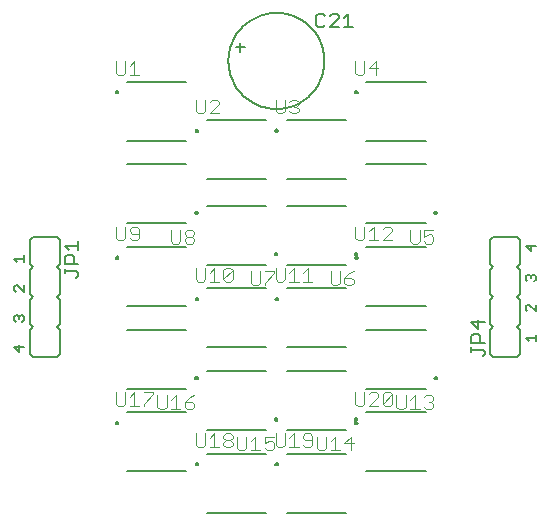
<source format=gto>
G75*
%MOIN*%
%OFA0B0*%
%FSLAX25Y25*%
%IPPOS*%
%LPD*%
%AMOC8*
5,1,8,0,0,1.08239X$1,22.5*
%
%ADD10C,0.00787*%
%ADD11C,0.00500*%
%ADD12C,0.00400*%
%ADD13C,0.00600*%
D10*
X0069374Y0044517D02*
X0069376Y0044556D01*
X0069382Y0044595D01*
X0069392Y0044633D01*
X0069405Y0044670D01*
X0069422Y0044705D01*
X0069442Y0044739D01*
X0069466Y0044770D01*
X0069493Y0044799D01*
X0069522Y0044825D01*
X0069554Y0044848D01*
X0069588Y0044868D01*
X0069624Y0044884D01*
X0069661Y0044896D01*
X0069700Y0044905D01*
X0069739Y0044910D01*
X0069778Y0044911D01*
X0069817Y0044908D01*
X0069856Y0044901D01*
X0069893Y0044890D01*
X0069930Y0044876D01*
X0069965Y0044858D01*
X0069998Y0044837D01*
X0070029Y0044812D01*
X0070057Y0044785D01*
X0070082Y0044755D01*
X0070104Y0044722D01*
X0070123Y0044688D01*
X0070138Y0044652D01*
X0070150Y0044614D01*
X0070158Y0044576D01*
X0070162Y0044537D01*
X0070162Y0044497D01*
X0070158Y0044458D01*
X0070150Y0044420D01*
X0070138Y0044382D01*
X0070123Y0044346D01*
X0070104Y0044312D01*
X0070082Y0044279D01*
X0070057Y0044249D01*
X0070029Y0044222D01*
X0069998Y0044197D01*
X0069965Y0044176D01*
X0069930Y0044158D01*
X0069893Y0044144D01*
X0069856Y0044133D01*
X0069817Y0044126D01*
X0069778Y0044123D01*
X0069739Y0044124D01*
X0069700Y0044129D01*
X0069661Y0044138D01*
X0069624Y0044150D01*
X0069588Y0044166D01*
X0069554Y0044186D01*
X0069522Y0044209D01*
X0069493Y0044235D01*
X0069466Y0044264D01*
X0069442Y0044295D01*
X0069422Y0044329D01*
X0069405Y0044364D01*
X0069392Y0044401D01*
X0069382Y0044439D01*
X0069376Y0044478D01*
X0069374Y0044517D01*
X0095949Y0044517D02*
X0095951Y0044556D01*
X0095957Y0044595D01*
X0095967Y0044633D01*
X0095980Y0044670D01*
X0095997Y0044705D01*
X0096017Y0044739D01*
X0096041Y0044770D01*
X0096068Y0044799D01*
X0096097Y0044825D01*
X0096129Y0044848D01*
X0096163Y0044868D01*
X0096199Y0044884D01*
X0096236Y0044896D01*
X0096275Y0044905D01*
X0096314Y0044910D01*
X0096353Y0044911D01*
X0096392Y0044908D01*
X0096431Y0044901D01*
X0096468Y0044890D01*
X0096505Y0044876D01*
X0096540Y0044858D01*
X0096573Y0044837D01*
X0096604Y0044812D01*
X0096632Y0044785D01*
X0096657Y0044755D01*
X0096679Y0044722D01*
X0096698Y0044688D01*
X0096713Y0044652D01*
X0096725Y0044614D01*
X0096733Y0044576D01*
X0096737Y0044537D01*
X0096737Y0044497D01*
X0096733Y0044458D01*
X0096725Y0044420D01*
X0096713Y0044382D01*
X0096698Y0044346D01*
X0096679Y0044312D01*
X0096657Y0044279D01*
X0096632Y0044249D01*
X0096604Y0044222D01*
X0096573Y0044197D01*
X0096540Y0044176D01*
X0096505Y0044158D01*
X0096468Y0044144D01*
X0096431Y0044133D01*
X0096392Y0044126D01*
X0096353Y0044123D01*
X0096314Y0044124D01*
X0096275Y0044129D01*
X0096236Y0044138D01*
X0096199Y0044150D01*
X0096163Y0044166D01*
X0096129Y0044186D01*
X0096097Y0044209D01*
X0096068Y0044235D01*
X0096041Y0044264D01*
X0096017Y0044295D01*
X0095997Y0044329D01*
X0095980Y0044364D01*
X0095967Y0044401D01*
X0095957Y0044439D01*
X0095951Y0044478D01*
X0095949Y0044517D01*
X0095791Y0059477D02*
X0095793Y0059516D01*
X0095799Y0059555D01*
X0095809Y0059593D01*
X0095822Y0059630D01*
X0095839Y0059665D01*
X0095859Y0059699D01*
X0095883Y0059730D01*
X0095910Y0059759D01*
X0095939Y0059785D01*
X0095971Y0059808D01*
X0096005Y0059828D01*
X0096041Y0059844D01*
X0096078Y0059856D01*
X0096117Y0059865D01*
X0096156Y0059870D01*
X0096195Y0059871D01*
X0096234Y0059868D01*
X0096273Y0059861D01*
X0096310Y0059850D01*
X0096347Y0059836D01*
X0096382Y0059818D01*
X0096415Y0059797D01*
X0096446Y0059772D01*
X0096474Y0059745D01*
X0096499Y0059715D01*
X0096521Y0059682D01*
X0096540Y0059648D01*
X0096555Y0059612D01*
X0096567Y0059574D01*
X0096575Y0059536D01*
X0096579Y0059497D01*
X0096579Y0059457D01*
X0096575Y0059418D01*
X0096567Y0059380D01*
X0096555Y0059342D01*
X0096540Y0059306D01*
X0096521Y0059272D01*
X0096499Y0059239D01*
X0096474Y0059209D01*
X0096446Y0059182D01*
X0096415Y0059157D01*
X0096382Y0059136D01*
X0096347Y0059118D01*
X0096310Y0059104D01*
X0096273Y0059093D01*
X0096234Y0059086D01*
X0096195Y0059083D01*
X0096156Y0059084D01*
X0096117Y0059089D01*
X0096078Y0059098D01*
X0096041Y0059110D01*
X0096005Y0059126D01*
X0095971Y0059146D01*
X0095939Y0059169D01*
X0095910Y0059195D01*
X0095883Y0059224D01*
X0095859Y0059255D01*
X0095839Y0059289D01*
X0095822Y0059324D01*
X0095809Y0059361D01*
X0095799Y0059399D01*
X0095793Y0059438D01*
X0095791Y0059477D01*
X0122366Y0059477D02*
X0122368Y0059516D01*
X0122374Y0059555D01*
X0122384Y0059593D01*
X0122397Y0059630D01*
X0122414Y0059665D01*
X0122434Y0059699D01*
X0122458Y0059730D01*
X0122485Y0059759D01*
X0122514Y0059785D01*
X0122546Y0059808D01*
X0122580Y0059828D01*
X0122616Y0059844D01*
X0122653Y0059856D01*
X0122692Y0059865D01*
X0122731Y0059870D01*
X0122770Y0059871D01*
X0122809Y0059868D01*
X0122848Y0059861D01*
X0122885Y0059850D01*
X0122922Y0059836D01*
X0122957Y0059818D01*
X0122990Y0059797D01*
X0123021Y0059772D01*
X0123049Y0059745D01*
X0123074Y0059715D01*
X0123096Y0059682D01*
X0123115Y0059648D01*
X0123130Y0059612D01*
X0123142Y0059574D01*
X0123150Y0059536D01*
X0123154Y0059497D01*
X0123154Y0059457D01*
X0123150Y0059418D01*
X0123142Y0059380D01*
X0123130Y0059342D01*
X0123115Y0059306D01*
X0123096Y0059272D01*
X0123074Y0059239D01*
X0123049Y0059209D01*
X0123021Y0059182D01*
X0122990Y0059157D01*
X0122957Y0059136D01*
X0122922Y0059118D01*
X0122885Y0059104D01*
X0122848Y0059093D01*
X0122809Y0059086D01*
X0122770Y0059083D01*
X0122731Y0059084D01*
X0122692Y0059089D01*
X0122653Y0059098D01*
X0122616Y0059110D01*
X0122580Y0059126D01*
X0122546Y0059146D01*
X0122514Y0059169D01*
X0122485Y0059195D01*
X0122458Y0059224D01*
X0122434Y0059255D01*
X0122414Y0059289D01*
X0122397Y0059324D01*
X0122384Y0059361D01*
X0122374Y0059399D01*
X0122368Y0059438D01*
X0122366Y0059477D01*
X0122523Y0058296D02*
X0122525Y0058335D01*
X0122531Y0058374D01*
X0122541Y0058412D01*
X0122554Y0058449D01*
X0122571Y0058484D01*
X0122591Y0058518D01*
X0122615Y0058549D01*
X0122642Y0058578D01*
X0122671Y0058604D01*
X0122703Y0058627D01*
X0122737Y0058647D01*
X0122773Y0058663D01*
X0122810Y0058675D01*
X0122849Y0058684D01*
X0122888Y0058689D01*
X0122927Y0058690D01*
X0122966Y0058687D01*
X0123005Y0058680D01*
X0123042Y0058669D01*
X0123079Y0058655D01*
X0123114Y0058637D01*
X0123147Y0058616D01*
X0123178Y0058591D01*
X0123206Y0058564D01*
X0123231Y0058534D01*
X0123253Y0058501D01*
X0123272Y0058467D01*
X0123287Y0058431D01*
X0123299Y0058393D01*
X0123307Y0058355D01*
X0123311Y0058316D01*
X0123311Y0058276D01*
X0123307Y0058237D01*
X0123299Y0058199D01*
X0123287Y0058161D01*
X0123272Y0058125D01*
X0123253Y0058091D01*
X0123231Y0058058D01*
X0123206Y0058028D01*
X0123178Y0058001D01*
X0123147Y0057976D01*
X0123114Y0057955D01*
X0123079Y0057937D01*
X0123042Y0057923D01*
X0123005Y0057912D01*
X0122966Y0057905D01*
X0122927Y0057902D01*
X0122888Y0057903D01*
X0122849Y0057908D01*
X0122810Y0057917D01*
X0122773Y0057929D01*
X0122737Y0057945D01*
X0122703Y0057965D01*
X0122671Y0057988D01*
X0122642Y0058014D01*
X0122615Y0058043D01*
X0122591Y0058074D01*
X0122571Y0058108D01*
X0122554Y0058143D01*
X0122541Y0058180D01*
X0122531Y0058218D01*
X0122525Y0058257D01*
X0122523Y0058296D01*
X0148941Y0073257D02*
X0148943Y0073296D01*
X0148949Y0073335D01*
X0148959Y0073373D01*
X0148972Y0073410D01*
X0148989Y0073445D01*
X0149009Y0073479D01*
X0149033Y0073510D01*
X0149060Y0073539D01*
X0149089Y0073565D01*
X0149121Y0073588D01*
X0149155Y0073608D01*
X0149191Y0073624D01*
X0149228Y0073636D01*
X0149267Y0073645D01*
X0149306Y0073650D01*
X0149345Y0073651D01*
X0149384Y0073648D01*
X0149423Y0073641D01*
X0149460Y0073630D01*
X0149497Y0073616D01*
X0149532Y0073598D01*
X0149565Y0073577D01*
X0149596Y0073552D01*
X0149624Y0073525D01*
X0149649Y0073495D01*
X0149671Y0073462D01*
X0149690Y0073428D01*
X0149705Y0073392D01*
X0149717Y0073354D01*
X0149725Y0073316D01*
X0149729Y0073277D01*
X0149729Y0073237D01*
X0149725Y0073198D01*
X0149717Y0073160D01*
X0149705Y0073122D01*
X0149690Y0073086D01*
X0149671Y0073052D01*
X0149649Y0073019D01*
X0149624Y0072989D01*
X0149596Y0072962D01*
X0149565Y0072937D01*
X0149532Y0072916D01*
X0149497Y0072898D01*
X0149460Y0072884D01*
X0149423Y0072873D01*
X0149384Y0072866D01*
X0149345Y0072863D01*
X0149306Y0072864D01*
X0149267Y0072869D01*
X0149228Y0072878D01*
X0149191Y0072890D01*
X0149155Y0072906D01*
X0149121Y0072926D01*
X0149089Y0072949D01*
X0149060Y0072975D01*
X0149033Y0073004D01*
X0149009Y0073035D01*
X0148989Y0073069D01*
X0148972Y0073104D01*
X0148959Y0073141D01*
X0148949Y0073179D01*
X0148943Y0073218D01*
X0148941Y0073257D01*
X0095949Y0099635D02*
X0095951Y0099674D01*
X0095957Y0099713D01*
X0095967Y0099751D01*
X0095980Y0099788D01*
X0095997Y0099823D01*
X0096017Y0099857D01*
X0096041Y0099888D01*
X0096068Y0099917D01*
X0096097Y0099943D01*
X0096129Y0099966D01*
X0096163Y0099986D01*
X0096199Y0100002D01*
X0096236Y0100014D01*
X0096275Y0100023D01*
X0096314Y0100028D01*
X0096353Y0100029D01*
X0096392Y0100026D01*
X0096431Y0100019D01*
X0096468Y0100008D01*
X0096505Y0099994D01*
X0096540Y0099976D01*
X0096573Y0099955D01*
X0096604Y0099930D01*
X0096632Y0099903D01*
X0096657Y0099873D01*
X0096679Y0099840D01*
X0096698Y0099806D01*
X0096713Y0099770D01*
X0096725Y0099732D01*
X0096733Y0099694D01*
X0096737Y0099655D01*
X0096737Y0099615D01*
X0096733Y0099576D01*
X0096725Y0099538D01*
X0096713Y0099500D01*
X0096698Y0099464D01*
X0096679Y0099430D01*
X0096657Y0099397D01*
X0096632Y0099367D01*
X0096604Y0099340D01*
X0096573Y0099315D01*
X0096540Y0099294D01*
X0096505Y0099276D01*
X0096468Y0099262D01*
X0096431Y0099251D01*
X0096392Y0099244D01*
X0096353Y0099241D01*
X0096314Y0099242D01*
X0096275Y0099247D01*
X0096236Y0099256D01*
X0096199Y0099268D01*
X0096163Y0099284D01*
X0096129Y0099304D01*
X0096097Y0099327D01*
X0096068Y0099353D01*
X0096041Y0099382D01*
X0096017Y0099413D01*
X0095997Y0099447D01*
X0095980Y0099482D01*
X0095967Y0099519D01*
X0095957Y0099557D01*
X0095951Y0099596D01*
X0095949Y0099635D01*
X0069374Y0099635D02*
X0069376Y0099674D01*
X0069382Y0099713D01*
X0069392Y0099751D01*
X0069405Y0099788D01*
X0069422Y0099823D01*
X0069442Y0099857D01*
X0069466Y0099888D01*
X0069493Y0099917D01*
X0069522Y0099943D01*
X0069554Y0099966D01*
X0069588Y0099986D01*
X0069624Y0100002D01*
X0069661Y0100014D01*
X0069700Y0100023D01*
X0069739Y0100028D01*
X0069778Y0100029D01*
X0069817Y0100026D01*
X0069856Y0100019D01*
X0069893Y0100008D01*
X0069930Y0099994D01*
X0069965Y0099976D01*
X0069998Y0099955D01*
X0070029Y0099930D01*
X0070057Y0099903D01*
X0070082Y0099873D01*
X0070104Y0099840D01*
X0070123Y0099806D01*
X0070138Y0099770D01*
X0070150Y0099732D01*
X0070158Y0099694D01*
X0070162Y0099655D01*
X0070162Y0099615D01*
X0070158Y0099576D01*
X0070150Y0099538D01*
X0070138Y0099500D01*
X0070123Y0099464D01*
X0070104Y0099430D01*
X0070082Y0099397D01*
X0070057Y0099367D01*
X0070029Y0099340D01*
X0069998Y0099315D01*
X0069965Y0099294D01*
X0069930Y0099276D01*
X0069893Y0099262D01*
X0069856Y0099251D01*
X0069817Y0099244D01*
X0069778Y0099241D01*
X0069739Y0099242D01*
X0069700Y0099247D01*
X0069661Y0099256D01*
X0069624Y0099268D01*
X0069588Y0099284D01*
X0069554Y0099304D01*
X0069522Y0099327D01*
X0069493Y0099353D01*
X0069466Y0099382D01*
X0069442Y0099413D01*
X0069422Y0099447D01*
X0069405Y0099482D01*
X0069392Y0099519D01*
X0069382Y0099557D01*
X0069376Y0099596D01*
X0069374Y0099635D01*
X0042799Y0113414D02*
X0042801Y0113453D01*
X0042807Y0113492D01*
X0042817Y0113530D01*
X0042830Y0113567D01*
X0042847Y0113602D01*
X0042867Y0113636D01*
X0042891Y0113667D01*
X0042918Y0113696D01*
X0042947Y0113722D01*
X0042979Y0113745D01*
X0043013Y0113765D01*
X0043049Y0113781D01*
X0043086Y0113793D01*
X0043125Y0113802D01*
X0043164Y0113807D01*
X0043203Y0113808D01*
X0043242Y0113805D01*
X0043281Y0113798D01*
X0043318Y0113787D01*
X0043355Y0113773D01*
X0043390Y0113755D01*
X0043423Y0113734D01*
X0043454Y0113709D01*
X0043482Y0113682D01*
X0043507Y0113652D01*
X0043529Y0113619D01*
X0043548Y0113585D01*
X0043563Y0113549D01*
X0043575Y0113511D01*
X0043583Y0113473D01*
X0043587Y0113434D01*
X0043587Y0113394D01*
X0043583Y0113355D01*
X0043575Y0113317D01*
X0043563Y0113279D01*
X0043548Y0113243D01*
X0043529Y0113209D01*
X0043507Y0113176D01*
X0043482Y0113146D01*
X0043454Y0113119D01*
X0043423Y0113094D01*
X0043390Y0113073D01*
X0043355Y0113055D01*
X0043318Y0113041D01*
X0043281Y0113030D01*
X0043242Y0113023D01*
X0043203Y0113020D01*
X0043164Y0113021D01*
X0043125Y0113026D01*
X0043086Y0113035D01*
X0043049Y0113047D01*
X0043013Y0113063D01*
X0042979Y0113083D01*
X0042947Y0113106D01*
X0042918Y0113132D01*
X0042891Y0113161D01*
X0042867Y0113192D01*
X0042847Y0113226D01*
X0042830Y0113261D01*
X0042817Y0113298D01*
X0042807Y0113336D01*
X0042801Y0113375D01*
X0042799Y0113414D01*
X0069216Y0128375D02*
X0069218Y0128414D01*
X0069224Y0128453D01*
X0069234Y0128491D01*
X0069247Y0128528D01*
X0069264Y0128563D01*
X0069284Y0128597D01*
X0069308Y0128628D01*
X0069335Y0128657D01*
X0069364Y0128683D01*
X0069396Y0128706D01*
X0069430Y0128726D01*
X0069466Y0128742D01*
X0069503Y0128754D01*
X0069542Y0128763D01*
X0069581Y0128768D01*
X0069620Y0128769D01*
X0069659Y0128766D01*
X0069698Y0128759D01*
X0069735Y0128748D01*
X0069772Y0128734D01*
X0069807Y0128716D01*
X0069840Y0128695D01*
X0069871Y0128670D01*
X0069899Y0128643D01*
X0069924Y0128613D01*
X0069946Y0128580D01*
X0069965Y0128546D01*
X0069980Y0128510D01*
X0069992Y0128472D01*
X0070000Y0128434D01*
X0070004Y0128395D01*
X0070004Y0128355D01*
X0070000Y0128316D01*
X0069992Y0128278D01*
X0069980Y0128240D01*
X0069965Y0128204D01*
X0069946Y0128170D01*
X0069924Y0128137D01*
X0069899Y0128107D01*
X0069871Y0128080D01*
X0069840Y0128055D01*
X0069807Y0128034D01*
X0069772Y0128016D01*
X0069735Y0128002D01*
X0069698Y0127991D01*
X0069659Y0127984D01*
X0069620Y0127981D01*
X0069581Y0127982D01*
X0069542Y0127987D01*
X0069503Y0127996D01*
X0069466Y0128008D01*
X0069430Y0128024D01*
X0069396Y0128044D01*
X0069364Y0128067D01*
X0069335Y0128093D01*
X0069308Y0128122D01*
X0069284Y0128153D01*
X0069264Y0128187D01*
X0069247Y0128222D01*
X0069234Y0128259D01*
X0069224Y0128297D01*
X0069218Y0128336D01*
X0069216Y0128375D01*
X0095791Y0114595D02*
X0095793Y0114634D01*
X0095799Y0114673D01*
X0095809Y0114711D01*
X0095822Y0114748D01*
X0095839Y0114783D01*
X0095859Y0114817D01*
X0095883Y0114848D01*
X0095910Y0114877D01*
X0095939Y0114903D01*
X0095971Y0114926D01*
X0096005Y0114946D01*
X0096041Y0114962D01*
X0096078Y0114974D01*
X0096117Y0114983D01*
X0096156Y0114988D01*
X0096195Y0114989D01*
X0096234Y0114986D01*
X0096273Y0114979D01*
X0096310Y0114968D01*
X0096347Y0114954D01*
X0096382Y0114936D01*
X0096415Y0114915D01*
X0096446Y0114890D01*
X0096474Y0114863D01*
X0096499Y0114833D01*
X0096521Y0114800D01*
X0096540Y0114766D01*
X0096555Y0114730D01*
X0096567Y0114692D01*
X0096575Y0114654D01*
X0096579Y0114615D01*
X0096579Y0114575D01*
X0096575Y0114536D01*
X0096567Y0114498D01*
X0096555Y0114460D01*
X0096540Y0114424D01*
X0096521Y0114390D01*
X0096499Y0114357D01*
X0096474Y0114327D01*
X0096446Y0114300D01*
X0096415Y0114275D01*
X0096382Y0114254D01*
X0096347Y0114236D01*
X0096310Y0114222D01*
X0096273Y0114211D01*
X0096234Y0114204D01*
X0096195Y0114201D01*
X0096156Y0114202D01*
X0096117Y0114207D01*
X0096078Y0114216D01*
X0096041Y0114228D01*
X0096005Y0114244D01*
X0095971Y0114264D01*
X0095939Y0114287D01*
X0095910Y0114313D01*
X0095883Y0114342D01*
X0095859Y0114373D01*
X0095839Y0114407D01*
X0095822Y0114442D01*
X0095809Y0114479D01*
X0095799Y0114517D01*
X0095793Y0114556D01*
X0095791Y0114595D01*
X0122366Y0114595D02*
X0122368Y0114634D01*
X0122374Y0114673D01*
X0122384Y0114711D01*
X0122397Y0114748D01*
X0122414Y0114783D01*
X0122434Y0114817D01*
X0122458Y0114848D01*
X0122485Y0114877D01*
X0122514Y0114903D01*
X0122546Y0114926D01*
X0122580Y0114946D01*
X0122616Y0114962D01*
X0122653Y0114974D01*
X0122692Y0114983D01*
X0122731Y0114988D01*
X0122770Y0114989D01*
X0122809Y0114986D01*
X0122848Y0114979D01*
X0122885Y0114968D01*
X0122922Y0114954D01*
X0122957Y0114936D01*
X0122990Y0114915D01*
X0123021Y0114890D01*
X0123049Y0114863D01*
X0123074Y0114833D01*
X0123096Y0114800D01*
X0123115Y0114766D01*
X0123130Y0114730D01*
X0123142Y0114692D01*
X0123150Y0114654D01*
X0123154Y0114615D01*
X0123154Y0114575D01*
X0123150Y0114536D01*
X0123142Y0114498D01*
X0123130Y0114460D01*
X0123115Y0114424D01*
X0123096Y0114390D01*
X0123074Y0114357D01*
X0123049Y0114327D01*
X0123021Y0114300D01*
X0122990Y0114275D01*
X0122957Y0114254D01*
X0122922Y0114236D01*
X0122885Y0114222D01*
X0122848Y0114211D01*
X0122809Y0114204D01*
X0122770Y0114201D01*
X0122731Y0114202D01*
X0122692Y0114207D01*
X0122653Y0114216D01*
X0122616Y0114228D01*
X0122580Y0114244D01*
X0122546Y0114264D01*
X0122514Y0114287D01*
X0122485Y0114313D01*
X0122458Y0114342D01*
X0122434Y0114373D01*
X0122414Y0114407D01*
X0122397Y0114442D01*
X0122384Y0114479D01*
X0122374Y0114517D01*
X0122368Y0114556D01*
X0122366Y0114595D01*
X0122523Y0113414D02*
X0122525Y0113453D01*
X0122531Y0113492D01*
X0122541Y0113530D01*
X0122554Y0113567D01*
X0122571Y0113602D01*
X0122591Y0113636D01*
X0122615Y0113667D01*
X0122642Y0113696D01*
X0122671Y0113722D01*
X0122703Y0113745D01*
X0122737Y0113765D01*
X0122773Y0113781D01*
X0122810Y0113793D01*
X0122849Y0113802D01*
X0122888Y0113807D01*
X0122927Y0113808D01*
X0122966Y0113805D01*
X0123005Y0113798D01*
X0123042Y0113787D01*
X0123079Y0113773D01*
X0123114Y0113755D01*
X0123147Y0113734D01*
X0123178Y0113709D01*
X0123206Y0113682D01*
X0123231Y0113652D01*
X0123253Y0113619D01*
X0123272Y0113585D01*
X0123287Y0113549D01*
X0123299Y0113511D01*
X0123307Y0113473D01*
X0123311Y0113434D01*
X0123311Y0113394D01*
X0123307Y0113355D01*
X0123299Y0113317D01*
X0123287Y0113279D01*
X0123272Y0113243D01*
X0123253Y0113209D01*
X0123231Y0113176D01*
X0123206Y0113146D01*
X0123178Y0113119D01*
X0123147Y0113094D01*
X0123114Y0113073D01*
X0123079Y0113055D01*
X0123042Y0113041D01*
X0123005Y0113030D01*
X0122966Y0113023D01*
X0122927Y0113020D01*
X0122888Y0113021D01*
X0122849Y0113026D01*
X0122810Y0113035D01*
X0122773Y0113047D01*
X0122737Y0113063D01*
X0122703Y0113083D01*
X0122671Y0113106D01*
X0122642Y0113132D01*
X0122615Y0113161D01*
X0122591Y0113192D01*
X0122571Y0113226D01*
X0122554Y0113261D01*
X0122541Y0113298D01*
X0122531Y0113336D01*
X0122525Y0113375D01*
X0122523Y0113414D01*
X0148941Y0128375D02*
X0148943Y0128414D01*
X0148949Y0128453D01*
X0148959Y0128491D01*
X0148972Y0128528D01*
X0148989Y0128563D01*
X0149009Y0128597D01*
X0149033Y0128628D01*
X0149060Y0128657D01*
X0149089Y0128683D01*
X0149121Y0128706D01*
X0149155Y0128726D01*
X0149191Y0128742D01*
X0149228Y0128754D01*
X0149267Y0128763D01*
X0149306Y0128768D01*
X0149345Y0128769D01*
X0149384Y0128766D01*
X0149423Y0128759D01*
X0149460Y0128748D01*
X0149497Y0128734D01*
X0149532Y0128716D01*
X0149565Y0128695D01*
X0149596Y0128670D01*
X0149624Y0128643D01*
X0149649Y0128613D01*
X0149671Y0128580D01*
X0149690Y0128546D01*
X0149705Y0128510D01*
X0149717Y0128472D01*
X0149725Y0128434D01*
X0149729Y0128395D01*
X0149729Y0128355D01*
X0149725Y0128316D01*
X0149717Y0128278D01*
X0149705Y0128240D01*
X0149690Y0128204D01*
X0149671Y0128170D01*
X0149649Y0128137D01*
X0149624Y0128107D01*
X0149596Y0128080D01*
X0149565Y0128055D01*
X0149532Y0128034D01*
X0149497Y0128016D01*
X0149460Y0128002D01*
X0149423Y0127991D01*
X0149384Y0127984D01*
X0149345Y0127981D01*
X0149306Y0127982D01*
X0149267Y0127987D01*
X0149228Y0127996D01*
X0149191Y0128008D01*
X0149155Y0128024D01*
X0149121Y0128044D01*
X0149089Y0128067D01*
X0149060Y0128093D01*
X0149033Y0128122D01*
X0149009Y0128153D01*
X0148989Y0128187D01*
X0148972Y0128222D01*
X0148959Y0128259D01*
X0148949Y0128297D01*
X0148943Y0128336D01*
X0148941Y0128375D01*
X0095949Y0155737D02*
X0095951Y0155776D01*
X0095957Y0155815D01*
X0095967Y0155853D01*
X0095980Y0155890D01*
X0095997Y0155925D01*
X0096017Y0155959D01*
X0096041Y0155990D01*
X0096068Y0156019D01*
X0096097Y0156045D01*
X0096129Y0156068D01*
X0096163Y0156088D01*
X0096199Y0156104D01*
X0096236Y0156116D01*
X0096275Y0156125D01*
X0096314Y0156130D01*
X0096353Y0156131D01*
X0096392Y0156128D01*
X0096431Y0156121D01*
X0096468Y0156110D01*
X0096505Y0156096D01*
X0096540Y0156078D01*
X0096573Y0156057D01*
X0096604Y0156032D01*
X0096632Y0156005D01*
X0096657Y0155975D01*
X0096679Y0155942D01*
X0096698Y0155908D01*
X0096713Y0155872D01*
X0096725Y0155834D01*
X0096733Y0155796D01*
X0096737Y0155757D01*
X0096737Y0155717D01*
X0096733Y0155678D01*
X0096725Y0155640D01*
X0096713Y0155602D01*
X0096698Y0155566D01*
X0096679Y0155532D01*
X0096657Y0155499D01*
X0096632Y0155469D01*
X0096604Y0155442D01*
X0096573Y0155417D01*
X0096540Y0155396D01*
X0096505Y0155378D01*
X0096468Y0155364D01*
X0096431Y0155353D01*
X0096392Y0155346D01*
X0096353Y0155343D01*
X0096314Y0155344D01*
X0096275Y0155349D01*
X0096236Y0155358D01*
X0096199Y0155370D01*
X0096163Y0155386D01*
X0096129Y0155406D01*
X0096097Y0155429D01*
X0096068Y0155455D01*
X0096041Y0155484D01*
X0096017Y0155515D01*
X0095997Y0155549D01*
X0095980Y0155584D01*
X0095967Y0155621D01*
X0095957Y0155659D01*
X0095951Y0155698D01*
X0095949Y0155737D01*
X0069374Y0155737D02*
X0069376Y0155776D01*
X0069382Y0155815D01*
X0069392Y0155853D01*
X0069405Y0155890D01*
X0069422Y0155925D01*
X0069442Y0155959D01*
X0069466Y0155990D01*
X0069493Y0156019D01*
X0069522Y0156045D01*
X0069554Y0156068D01*
X0069588Y0156088D01*
X0069624Y0156104D01*
X0069661Y0156116D01*
X0069700Y0156125D01*
X0069739Y0156130D01*
X0069778Y0156131D01*
X0069817Y0156128D01*
X0069856Y0156121D01*
X0069893Y0156110D01*
X0069930Y0156096D01*
X0069965Y0156078D01*
X0069998Y0156057D01*
X0070029Y0156032D01*
X0070057Y0156005D01*
X0070082Y0155975D01*
X0070104Y0155942D01*
X0070123Y0155908D01*
X0070138Y0155872D01*
X0070150Y0155834D01*
X0070158Y0155796D01*
X0070162Y0155757D01*
X0070162Y0155717D01*
X0070158Y0155678D01*
X0070150Y0155640D01*
X0070138Y0155602D01*
X0070123Y0155566D01*
X0070104Y0155532D01*
X0070082Y0155499D01*
X0070057Y0155469D01*
X0070029Y0155442D01*
X0069998Y0155417D01*
X0069965Y0155396D01*
X0069930Y0155378D01*
X0069893Y0155364D01*
X0069856Y0155353D01*
X0069817Y0155346D01*
X0069778Y0155343D01*
X0069739Y0155344D01*
X0069700Y0155349D01*
X0069661Y0155358D01*
X0069624Y0155370D01*
X0069588Y0155386D01*
X0069554Y0155406D01*
X0069522Y0155429D01*
X0069493Y0155455D01*
X0069466Y0155484D01*
X0069442Y0155515D01*
X0069422Y0155549D01*
X0069405Y0155584D01*
X0069392Y0155621D01*
X0069382Y0155659D01*
X0069376Y0155698D01*
X0069374Y0155737D01*
X0042799Y0168532D02*
X0042801Y0168571D01*
X0042807Y0168610D01*
X0042817Y0168648D01*
X0042830Y0168685D01*
X0042847Y0168720D01*
X0042867Y0168754D01*
X0042891Y0168785D01*
X0042918Y0168814D01*
X0042947Y0168840D01*
X0042979Y0168863D01*
X0043013Y0168883D01*
X0043049Y0168899D01*
X0043086Y0168911D01*
X0043125Y0168920D01*
X0043164Y0168925D01*
X0043203Y0168926D01*
X0043242Y0168923D01*
X0043281Y0168916D01*
X0043318Y0168905D01*
X0043355Y0168891D01*
X0043390Y0168873D01*
X0043423Y0168852D01*
X0043454Y0168827D01*
X0043482Y0168800D01*
X0043507Y0168770D01*
X0043529Y0168737D01*
X0043548Y0168703D01*
X0043563Y0168667D01*
X0043575Y0168629D01*
X0043583Y0168591D01*
X0043587Y0168552D01*
X0043587Y0168512D01*
X0043583Y0168473D01*
X0043575Y0168435D01*
X0043563Y0168397D01*
X0043548Y0168361D01*
X0043529Y0168327D01*
X0043507Y0168294D01*
X0043482Y0168264D01*
X0043454Y0168237D01*
X0043423Y0168212D01*
X0043390Y0168191D01*
X0043355Y0168173D01*
X0043318Y0168159D01*
X0043281Y0168148D01*
X0043242Y0168141D01*
X0043203Y0168138D01*
X0043164Y0168139D01*
X0043125Y0168144D01*
X0043086Y0168153D01*
X0043049Y0168165D01*
X0043013Y0168181D01*
X0042979Y0168201D01*
X0042947Y0168224D01*
X0042918Y0168250D01*
X0042891Y0168279D01*
X0042867Y0168310D01*
X0042847Y0168344D01*
X0042830Y0168379D01*
X0042817Y0168416D01*
X0042807Y0168454D01*
X0042801Y0168493D01*
X0042799Y0168532D01*
X0122523Y0168532D02*
X0122525Y0168571D01*
X0122531Y0168610D01*
X0122541Y0168648D01*
X0122554Y0168685D01*
X0122571Y0168720D01*
X0122591Y0168754D01*
X0122615Y0168785D01*
X0122642Y0168814D01*
X0122671Y0168840D01*
X0122703Y0168863D01*
X0122737Y0168883D01*
X0122773Y0168899D01*
X0122810Y0168911D01*
X0122849Y0168920D01*
X0122888Y0168925D01*
X0122927Y0168926D01*
X0122966Y0168923D01*
X0123005Y0168916D01*
X0123042Y0168905D01*
X0123079Y0168891D01*
X0123114Y0168873D01*
X0123147Y0168852D01*
X0123178Y0168827D01*
X0123206Y0168800D01*
X0123231Y0168770D01*
X0123253Y0168737D01*
X0123272Y0168703D01*
X0123287Y0168667D01*
X0123299Y0168629D01*
X0123307Y0168591D01*
X0123311Y0168552D01*
X0123311Y0168512D01*
X0123307Y0168473D01*
X0123299Y0168435D01*
X0123287Y0168397D01*
X0123272Y0168361D01*
X0123253Y0168327D01*
X0123231Y0168294D01*
X0123206Y0168264D01*
X0123178Y0168237D01*
X0123147Y0168212D01*
X0123114Y0168191D01*
X0123079Y0168173D01*
X0123042Y0168159D01*
X0123005Y0168148D01*
X0122966Y0168141D01*
X0122927Y0168138D01*
X0122888Y0168139D01*
X0122849Y0168144D01*
X0122810Y0168153D01*
X0122773Y0168165D01*
X0122737Y0168181D01*
X0122703Y0168201D01*
X0122671Y0168224D01*
X0122642Y0168250D01*
X0122615Y0168279D01*
X0122591Y0168310D01*
X0122571Y0168344D01*
X0122554Y0168379D01*
X0122541Y0168416D01*
X0122531Y0168454D01*
X0122525Y0168493D01*
X0122523Y0168532D01*
X0069216Y0073257D02*
X0069218Y0073296D01*
X0069224Y0073335D01*
X0069234Y0073373D01*
X0069247Y0073410D01*
X0069264Y0073445D01*
X0069284Y0073479D01*
X0069308Y0073510D01*
X0069335Y0073539D01*
X0069364Y0073565D01*
X0069396Y0073588D01*
X0069430Y0073608D01*
X0069466Y0073624D01*
X0069503Y0073636D01*
X0069542Y0073645D01*
X0069581Y0073650D01*
X0069620Y0073651D01*
X0069659Y0073648D01*
X0069698Y0073641D01*
X0069735Y0073630D01*
X0069772Y0073616D01*
X0069807Y0073598D01*
X0069840Y0073577D01*
X0069871Y0073552D01*
X0069899Y0073525D01*
X0069924Y0073495D01*
X0069946Y0073462D01*
X0069965Y0073428D01*
X0069980Y0073392D01*
X0069992Y0073354D01*
X0070000Y0073316D01*
X0070004Y0073277D01*
X0070004Y0073237D01*
X0070000Y0073198D01*
X0069992Y0073160D01*
X0069980Y0073122D01*
X0069965Y0073086D01*
X0069946Y0073052D01*
X0069924Y0073019D01*
X0069899Y0072989D01*
X0069871Y0072962D01*
X0069840Y0072937D01*
X0069807Y0072916D01*
X0069772Y0072898D01*
X0069735Y0072884D01*
X0069698Y0072873D01*
X0069659Y0072866D01*
X0069620Y0072863D01*
X0069581Y0072864D01*
X0069542Y0072869D01*
X0069503Y0072878D01*
X0069466Y0072890D01*
X0069430Y0072906D01*
X0069396Y0072926D01*
X0069364Y0072949D01*
X0069335Y0072975D01*
X0069308Y0073004D01*
X0069284Y0073035D01*
X0069264Y0073069D01*
X0069247Y0073104D01*
X0069234Y0073141D01*
X0069224Y0073179D01*
X0069218Y0073218D01*
X0069216Y0073257D01*
X0042799Y0058296D02*
X0042801Y0058335D01*
X0042807Y0058374D01*
X0042817Y0058412D01*
X0042830Y0058449D01*
X0042847Y0058484D01*
X0042867Y0058518D01*
X0042891Y0058549D01*
X0042918Y0058578D01*
X0042947Y0058604D01*
X0042979Y0058627D01*
X0043013Y0058647D01*
X0043049Y0058663D01*
X0043086Y0058675D01*
X0043125Y0058684D01*
X0043164Y0058689D01*
X0043203Y0058690D01*
X0043242Y0058687D01*
X0043281Y0058680D01*
X0043318Y0058669D01*
X0043355Y0058655D01*
X0043390Y0058637D01*
X0043423Y0058616D01*
X0043454Y0058591D01*
X0043482Y0058564D01*
X0043507Y0058534D01*
X0043529Y0058501D01*
X0043548Y0058467D01*
X0043563Y0058431D01*
X0043575Y0058393D01*
X0043583Y0058355D01*
X0043587Y0058316D01*
X0043587Y0058276D01*
X0043583Y0058237D01*
X0043575Y0058199D01*
X0043563Y0058161D01*
X0043548Y0058125D01*
X0043529Y0058091D01*
X0043507Y0058058D01*
X0043482Y0058028D01*
X0043454Y0058001D01*
X0043423Y0057976D01*
X0043390Y0057955D01*
X0043355Y0057937D01*
X0043318Y0057923D01*
X0043281Y0057912D01*
X0043242Y0057905D01*
X0043203Y0057902D01*
X0043164Y0057903D01*
X0043125Y0057908D01*
X0043086Y0057917D01*
X0043049Y0057929D01*
X0043013Y0057945D01*
X0042979Y0057965D01*
X0042947Y0057988D01*
X0042918Y0058014D01*
X0042891Y0058043D01*
X0042867Y0058074D01*
X0042847Y0058108D01*
X0042830Y0058143D01*
X0042817Y0058180D01*
X0042807Y0058218D01*
X0042801Y0058257D01*
X0042799Y0058296D01*
D11*
X0073134Y0028375D02*
X0092819Y0028375D01*
X0099709Y0028375D02*
X0119394Y0028375D01*
X0126283Y0042154D02*
X0145969Y0042154D01*
X0119394Y0048060D02*
X0099709Y0048060D01*
X0092819Y0048060D02*
X0073134Y0048060D01*
X0066244Y0042154D02*
X0046559Y0042154D01*
X0073134Y0055934D02*
X0092819Y0055934D01*
X0099709Y0055934D02*
X0119394Y0055934D01*
X0126283Y0061839D02*
X0145969Y0061839D01*
X0145969Y0069713D02*
X0126283Y0069713D01*
X0119394Y0075619D02*
X0099709Y0075619D01*
X0092819Y0075619D02*
X0073134Y0075619D01*
X0066244Y0069713D02*
X0046559Y0069713D01*
X0046559Y0061839D02*
X0066244Y0061839D01*
X0073134Y0083493D02*
X0092819Y0083493D01*
X0099709Y0083493D02*
X0119394Y0083493D01*
X0126283Y0089398D02*
X0145969Y0089398D01*
X0145969Y0097272D02*
X0126283Y0097272D01*
X0119394Y0103178D02*
X0099709Y0103178D01*
X0092819Y0103178D02*
X0073134Y0103178D01*
X0073134Y0111052D02*
X0092819Y0111052D01*
X0099709Y0111052D02*
X0119394Y0111052D01*
X0126283Y0116957D02*
X0145969Y0116957D01*
X0145969Y0124831D02*
X0126283Y0124831D01*
X0119394Y0130737D02*
X0099709Y0130737D01*
X0092819Y0130737D02*
X0073134Y0130737D01*
X0066244Y0124831D02*
X0046559Y0124831D01*
X0046559Y0116957D02*
X0066244Y0116957D01*
X0030250Y0117373D02*
X0025746Y0117373D01*
X0027247Y0115871D01*
X0026497Y0114270D02*
X0027998Y0114270D01*
X0028749Y0113519D01*
X0028749Y0111267D01*
X0030250Y0111267D02*
X0025746Y0111267D01*
X0025746Y0113519D01*
X0026497Y0114270D01*
X0030250Y0115871D02*
X0030250Y0118874D01*
X0025746Y0109666D02*
X0025746Y0108165D01*
X0025746Y0108915D02*
X0029499Y0108915D01*
X0030250Y0108165D01*
X0030250Y0107414D01*
X0029499Y0106663D01*
X0012150Y0104153D02*
X0012150Y0101884D01*
X0009881Y0104153D01*
X0009314Y0104153D01*
X0008747Y0103586D01*
X0008747Y0102451D01*
X0009314Y0101884D01*
X0009314Y0094153D02*
X0009881Y0094153D01*
X0010449Y0093586D01*
X0011016Y0094153D01*
X0011583Y0094153D01*
X0012150Y0093586D01*
X0012150Y0092451D01*
X0011583Y0091884D01*
X0010449Y0093018D02*
X0010449Y0093586D01*
X0009314Y0094153D02*
X0008747Y0093586D01*
X0008747Y0092451D01*
X0009314Y0091884D01*
X0010449Y0084153D02*
X0010449Y0081884D01*
X0008747Y0083586D01*
X0012150Y0083586D01*
X0046559Y0089398D02*
X0066244Y0089398D01*
X0066244Y0097272D02*
X0046559Y0097272D01*
X0012150Y0111884D02*
X0012150Y0114153D01*
X0012150Y0113018D02*
X0008747Y0113018D01*
X0009881Y0111884D01*
X0073134Y0139595D02*
X0092819Y0139595D01*
X0099709Y0139595D02*
X0119394Y0139595D01*
X0126283Y0144517D02*
X0145969Y0144517D01*
X0145969Y0152391D02*
X0126283Y0152391D01*
X0119394Y0159280D02*
X0099709Y0159280D01*
X0092819Y0159280D02*
X0073134Y0159280D01*
X0066244Y0152391D02*
X0046559Y0152391D01*
X0046559Y0144517D02*
X0066244Y0144517D01*
X0066244Y0172076D02*
X0046559Y0172076D01*
X0109514Y0190966D02*
X0110264Y0190215D01*
X0111766Y0190215D01*
X0112516Y0190966D01*
X0114118Y0190215D02*
X0117120Y0193218D01*
X0117120Y0193969D01*
X0116370Y0194719D01*
X0114868Y0194719D01*
X0114118Y0193969D01*
X0112516Y0193969D02*
X0111766Y0194719D01*
X0110264Y0194719D01*
X0109514Y0193969D01*
X0109514Y0190966D01*
X0114118Y0190215D02*
X0117120Y0190215D01*
X0118722Y0190215D02*
X0121724Y0190215D01*
X0120223Y0190215D02*
X0120223Y0194719D01*
X0118722Y0193218D01*
X0126283Y0172076D02*
X0145969Y0172076D01*
X0179390Y0117177D02*
X0181092Y0115475D01*
X0181092Y0117744D01*
X0182793Y0117177D02*
X0179390Y0117177D01*
X0179958Y0107744D02*
X0180525Y0107744D01*
X0181092Y0107177D01*
X0181659Y0107744D01*
X0182226Y0107744D01*
X0182793Y0107177D01*
X0182793Y0106042D01*
X0182226Y0105475D01*
X0181092Y0106609D02*
X0181092Y0107177D01*
X0179958Y0107744D02*
X0179390Y0107177D01*
X0179390Y0106042D01*
X0179958Y0105475D01*
X0179958Y0097744D02*
X0179390Y0097177D01*
X0179390Y0096042D01*
X0179958Y0095475D01*
X0179958Y0097744D02*
X0180525Y0097744D01*
X0182793Y0095475D01*
X0182793Y0097744D01*
X0165793Y0091935D02*
X0161289Y0091935D01*
X0163541Y0089683D01*
X0163541Y0092686D01*
X0163541Y0088082D02*
X0164292Y0087331D01*
X0164292Y0085079D01*
X0165793Y0085079D02*
X0161289Y0085079D01*
X0161289Y0087331D01*
X0162040Y0088082D01*
X0163541Y0088082D01*
X0161289Y0083478D02*
X0161289Y0081976D01*
X0161289Y0082727D02*
X0165043Y0082727D01*
X0165793Y0081976D01*
X0165793Y0081226D01*
X0165043Y0080475D01*
X0179390Y0086609D02*
X0182793Y0086609D01*
X0182793Y0085475D02*
X0182793Y0087744D01*
X0180525Y0085475D02*
X0179390Y0086609D01*
D12*
X0148571Y0066781D02*
X0147804Y0067549D01*
X0146269Y0067549D01*
X0145502Y0066781D01*
X0147036Y0065247D02*
X0147804Y0065247D01*
X0148571Y0064480D01*
X0148571Y0063712D01*
X0147804Y0062945D01*
X0146269Y0062945D01*
X0145502Y0063712D01*
X0143967Y0062945D02*
X0140898Y0062945D01*
X0142432Y0062945D02*
X0142432Y0067549D01*
X0140898Y0066014D01*
X0139363Y0067549D02*
X0139363Y0063712D01*
X0138596Y0062945D01*
X0137061Y0062945D01*
X0136294Y0063712D01*
X0136294Y0067549D01*
X0134824Y0067844D02*
X0131754Y0064775D01*
X0132522Y0064008D01*
X0134056Y0064008D01*
X0134824Y0064775D01*
X0134824Y0067844D01*
X0134056Y0068612D01*
X0132522Y0068612D01*
X0131754Y0067844D01*
X0131754Y0064775D01*
X0130220Y0064008D02*
X0127150Y0064008D01*
X0130220Y0067077D01*
X0130220Y0067844D01*
X0129452Y0068612D01*
X0127918Y0068612D01*
X0127150Y0067844D01*
X0125616Y0068612D02*
X0125616Y0064775D01*
X0124848Y0064008D01*
X0123314Y0064008D01*
X0122546Y0064775D01*
X0122546Y0068612D01*
X0147804Y0065247D02*
X0148571Y0066014D01*
X0148571Y0066781D01*
X0121229Y0053769D02*
X0118927Y0051467D01*
X0121996Y0051467D01*
X0121229Y0049165D02*
X0121229Y0053769D01*
X0115857Y0053769D02*
X0114323Y0052235D01*
X0115857Y0053769D02*
X0115857Y0049165D01*
X0114323Y0049165D02*
X0117392Y0049165D01*
X0112788Y0049933D02*
X0112788Y0053769D01*
X0109719Y0053769D02*
X0109719Y0049933D01*
X0110486Y0049165D01*
X0112021Y0049165D01*
X0112788Y0049933D01*
X0108249Y0050996D02*
X0108249Y0054065D01*
X0107481Y0054832D01*
X0105947Y0054832D01*
X0105180Y0054065D01*
X0105180Y0053298D01*
X0105947Y0052530D01*
X0108249Y0052530D01*
X0108249Y0050996D02*
X0107481Y0050228D01*
X0105947Y0050228D01*
X0105180Y0050996D01*
X0103645Y0050228D02*
X0100576Y0050228D01*
X0102110Y0050228D02*
X0102110Y0054832D01*
X0100576Y0053298D01*
X0099041Y0054832D02*
X0099041Y0050996D01*
X0098274Y0050228D01*
X0096739Y0050228D01*
X0095972Y0050996D01*
X0095972Y0054832D01*
X0095421Y0053769D02*
X0092352Y0053769D01*
X0092352Y0051467D01*
X0093887Y0052235D01*
X0094654Y0052235D01*
X0095421Y0051467D01*
X0095421Y0049933D01*
X0094654Y0049165D01*
X0093119Y0049165D01*
X0092352Y0049933D01*
X0090817Y0049165D02*
X0087748Y0049165D01*
X0089283Y0049165D02*
X0089283Y0053769D01*
X0087748Y0052235D01*
X0086213Y0053769D02*
X0086213Y0049933D01*
X0085446Y0049165D01*
X0083911Y0049165D01*
X0083144Y0049933D01*
X0083144Y0053769D01*
X0081674Y0054065D02*
X0081674Y0053298D01*
X0080907Y0052530D01*
X0079372Y0052530D01*
X0078605Y0053298D01*
X0078605Y0054065D01*
X0079372Y0054832D01*
X0080907Y0054832D01*
X0081674Y0054065D01*
X0080907Y0052530D02*
X0081674Y0051763D01*
X0081674Y0050996D01*
X0080907Y0050228D01*
X0079372Y0050228D01*
X0078605Y0050996D01*
X0078605Y0051763D01*
X0079372Y0052530D01*
X0077070Y0050228D02*
X0074001Y0050228D01*
X0075535Y0050228D02*
X0075535Y0054832D01*
X0074001Y0053298D01*
X0072466Y0054832D02*
X0072466Y0050996D01*
X0071699Y0050228D01*
X0070164Y0050228D01*
X0069397Y0050996D01*
X0069397Y0054832D01*
X0068079Y0062945D02*
X0068846Y0063712D01*
X0068846Y0064480D01*
X0068079Y0065247D01*
X0065777Y0065247D01*
X0065777Y0063712D01*
X0066544Y0062945D01*
X0068079Y0062945D01*
X0065777Y0065247D02*
X0067312Y0066781D01*
X0068846Y0067549D01*
X0062708Y0067549D02*
X0061173Y0066014D01*
X0059639Y0067549D02*
X0059639Y0063712D01*
X0058871Y0062945D01*
X0057337Y0062945D01*
X0056569Y0063712D01*
X0056569Y0067549D01*
X0055099Y0067844D02*
X0052030Y0064775D01*
X0052030Y0064008D01*
X0050495Y0064008D02*
X0047426Y0064008D01*
X0048961Y0064008D02*
X0048961Y0068612D01*
X0047426Y0067077D01*
X0045891Y0068612D02*
X0045891Y0064775D01*
X0045124Y0064008D01*
X0043589Y0064008D01*
X0042822Y0064775D01*
X0042822Y0068612D01*
X0052030Y0068612D02*
X0055099Y0068612D01*
X0055099Y0067844D01*
X0062708Y0067549D02*
X0062708Y0062945D01*
X0061173Y0062945D02*
X0064243Y0062945D01*
X0088515Y0104283D02*
X0090050Y0104283D01*
X0090817Y0105051D01*
X0090817Y0108887D01*
X0092352Y0108887D02*
X0095421Y0108887D01*
X0095421Y0108120D01*
X0092352Y0105051D01*
X0092352Y0104283D01*
X0088515Y0104283D02*
X0087748Y0105051D01*
X0087748Y0108887D01*
X0081674Y0109183D02*
X0081674Y0106114D01*
X0080907Y0105346D01*
X0079372Y0105346D01*
X0078605Y0106114D01*
X0081674Y0109183D01*
X0080907Y0109950D01*
X0079372Y0109950D01*
X0078605Y0109183D01*
X0078605Y0106114D01*
X0077070Y0105346D02*
X0074001Y0105346D01*
X0075535Y0105346D02*
X0075535Y0109950D01*
X0074001Y0108416D01*
X0072466Y0109950D02*
X0072466Y0106114D01*
X0071699Y0105346D01*
X0070164Y0105346D01*
X0069397Y0106114D01*
X0069397Y0109950D01*
X0068079Y0118063D02*
X0066544Y0118063D01*
X0065777Y0118830D01*
X0065777Y0119598D01*
X0066544Y0120365D01*
X0068079Y0120365D01*
X0068846Y0119598D01*
X0068846Y0118830D01*
X0068079Y0118063D01*
X0068079Y0120365D02*
X0068846Y0121132D01*
X0068846Y0121900D01*
X0068079Y0122667D01*
X0066544Y0122667D01*
X0065777Y0121900D01*
X0065777Y0121132D01*
X0066544Y0120365D01*
X0064243Y0118830D02*
X0063475Y0118063D01*
X0061941Y0118063D01*
X0061173Y0118830D01*
X0061173Y0122667D01*
X0064243Y0122667D02*
X0064243Y0118830D01*
X0050495Y0119893D02*
X0050495Y0122963D01*
X0049728Y0123730D01*
X0048193Y0123730D01*
X0047426Y0122963D01*
X0047426Y0122195D01*
X0048193Y0121428D01*
X0050495Y0121428D01*
X0050495Y0119893D02*
X0049728Y0119126D01*
X0048193Y0119126D01*
X0047426Y0119893D01*
X0045891Y0119893D02*
X0045891Y0123730D01*
X0042822Y0123730D02*
X0042822Y0119893D01*
X0043589Y0119126D01*
X0045124Y0119126D01*
X0045891Y0119893D01*
X0095972Y0109950D02*
X0095972Y0106114D01*
X0096739Y0105346D01*
X0098274Y0105346D01*
X0099041Y0106114D01*
X0099041Y0109950D01*
X0100576Y0108416D02*
X0102110Y0109950D01*
X0102110Y0105346D01*
X0100576Y0105346D02*
X0103645Y0105346D01*
X0105180Y0105346D02*
X0108249Y0105346D01*
X0106714Y0105346D02*
X0106714Y0109950D01*
X0105180Y0108416D01*
X0114323Y0108887D02*
X0114323Y0105051D01*
X0115090Y0104283D01*
X0116625Y0104283D01*
X0117392Y0105051D01*
X0117392Y0108887D01*
X0118927Y0106585D02*
X0120461Y0108120D01*
X0121996Y0108887D01*
X0121229Y0106585D02*
X0118927Y0106585D01*
X0118927Y0105051D01*
X0119694Y0104283D01*
X0121229Y0104283D01*
X0121996Y0105051D01*
X0121996Y0105818D01*
X0121229Y0106585D01*
X0140898Y0118830D02*
X0141665Y0118063D01*
X0143200Y0118063D01*
X0143967Y0118830D01*
X0143967Y0122667D01*
X0145502Y0122667D02*
X0145502Y0120365D01*
X0147036Y0121132D01*
X0147804Y0121132D01*
X0148571Y0120365D01*
X0148571Y0118830D01*
X0147804Y0118063D01*
X0146269Y0118063D01*
X0145502Y0118830D01*
X0145502Y0122667D02*
X0148571Y0122667D01*
X0140898Y0122667D02*
X0140898Y0118830D01*
X0134824Y0119126D02*
X0131754Y0119126D01*
X0134824Y0122195D01*
X0134824Y0122963D01*
X0134056Y0123730D01*
X0132522Y0123730D01*
X0131754Y0122963D01*
X0128685Y0123730D02*
X0127150Y0122195D01*
X0125616Y0123730D02*
X0125616Y0119893D01*
X0124848Y0119126D01*
X0123314Y0119126D01*
X0122546Y0119893D01*
X0122546Y0123730D01*
X0128685Y0123730D02*
X0128685Y0119126D01*
X0127150Y0119126D02*
X0130220Y0119126D01*
X0102878Y0161449D02*
X0101343Y0161449D01*
X0100576Y0162216D01*
X0099041Y0162216D02*
X0099041Y0166053D01*
X0100576Y0165285D02*
X0101343Y0166053D01*
X0102878Y0166053D01*
X0103645Y0165285D01*
X0103645Y0164518D01*
X0102878Y0163751D01*
X0103645Y0162983D01*
X0103645Y0162216D01*
X0102878Y0161449D01*
X0102878Y0163751D02*
X0102110Y0163751D01*
X0099041Y0162216D02*
X0098274Y0161449D01*
X0096739Y0161449D01*
X0095972Y0162216D01*
X0095972Y0166053D01*
X0077070Y0165285D02*
X0077070Y0164518D01*
X0074001Y0161449D01*
X0077070Y0161449D01*
X0072466Y0162216D02*
X0072466Y0166053D01*
X0074001Y0165285D02*
X0074768Y0166053D01*
X0076303Y0166053D01*
X0077070Y0165285D01*
X0072466Y0162216D02*
X0071699Y0161449D01*
X0070164Y0161449D01*
X0069397Y0162216D01*
X0069397Y0166053D01*
X0050495Y0174244D02*
X0047426Y0174244D01*
X0048961Y0174244D02*
X0048961Y0178848D01*
X0047426Y0177313D01*
X0045891Y0178848D02*
X0045891Y0175011D01*
X0045124Y0174244D01*
X0043589Y0174244D01*
X0042822Y0175011D01*
X0042822Y0178848D01*
X0122546Y0178848D02*
X0122546Y0175011D01*
X0123314Y0174244D01*
X0124848Y0174244D01*
X0125616Y0175011D01*
X0125616Y0178848D01*
X0127150Y0176546D02*
X0130220Y0176546D01*
X0129452Y0174244D02*
X0129452Y0178848D01*
X0127150Y0176546D01*
D13*
X0080264Y0178965D02*
X0080269Y0179358D01*
X0080283Y0179750D01*
X0080307Y0180142D01*
X0080341Y0180533D01*
X0080384Y0180924D01*
X0080437Y0181313D01*
X0080500Y0181700D01*
X0080571Y0182086D01*
X0080653Y0182471D01*
X0080743Y0182853D01*
X0080844Y0183232D01*
X0080953Y0183610D01*
X0081072Y0183984D01*
X0081199Y0184355D01*
X0081336Y0184723D01*
X0081482Y0185088D01*
X0081637Y0185449D01*
X0081800Y0185806D01*
X0081972Y0186159D01*
X0082153Y0186507D01*
X0082343Y0186851D01*
X0082540Y0187191D01*
X0082746Y0187525D01*
X0082960Y0187854D01*
X0083183Y0188178D01*
X0083413Y0188496D01*
X0083650Y0188809D01*
X0083896Y0189115D01*
X0084149Y0189416D01*
X0084409Y0189710D01*
X0084676Y0189998D01*
X0084950Y0190279D01*
X0085231Y0190553D01*
X0085519Y0190820D01*
X0085813Y0191080D01*
X0086114Y0191333D01*
X0086420Y0191579D01*
X0086733Y0191816D01*
X0087051Y0192046D01*
X0087375Y0192269D01*
X0087704Y0192483D01*
X0088038Y0192689D01*
X0088378Y0192886D01*
X0088722Y0193076D01*
X0089070Y0193257D01*
X0089423Y0193429D01*
X0089780Y0193592D01*
X0090141Y0193747D01*
X0090506Y0193893D01*
X0090874Y0194030D01*
X0091245Y0194157D01*
X0091619Y0194276D01*
X0091997Y0194385D01*
X0092376Y0194486D01*
X0092758Y0194576D01*
X0093143Y0194658D01*
X0093529Y0194729D01*
X0093916Y0194792D01*
X0094305Y0194845D01*
X0094696Y0194888D01*
X0095087Y0194922D01*
X0095479Y0194946D01*
X0095871Y0194960D01*
X0096264Y0194965D01*
X0096657Y0194960D01*
X0097049Y0194946D01*
X0097441Y0194922D01*
X0097832Y0194888D01*
X0098223Y0194845D01*
X0098612Y0194792D01*
X0098999Y0194729D01*
X0099385Y0194658D01*
X0099770Y0194576D01*
X0100152Y0194486D01*
X0100531Y0194385D01*
X0100909Y0194276D01*
X0101283Y0194157D01*
X0101654Y0194030D01*
X0102022Y0193893D01*
X0102387Y0193747D01*
X0102748Y0193592D01*
X0103105Y0193429D01*
X0103458Y0193257D01*
X0103806Y0193076D01*
X0104150Y0192886D01*
X0104490Y0192689D01*
X0104824Y0192483D01*
X0105153Y0192269D01*
X0105477Y0192046D01*
X0105795Y0191816D01*
X0106108Y0191579D01*
X0106414Y0191333D01*
X0106715Y0191080D01*
X0107009Y0190820D01*
X0107297Y0190553D01*
X0107578Y0190279D01*
X0107852Y0189998D01*
X0108119Y0189710D01*
X0108379Y0189416D01*
X0108632Y0189115D01*
X0108878Y0188809D01*
X0109115Y0188496D01*
X0109345Y0188178D01*
X0109568Y0187854D01*
X0109782Y0187525D01*
X0109988Y0187191D01*
X0110185Y0186851D01*
X0110375Y0186507D01*
X0110556Y0186159D01*
X0110728Y0185806D01*
X0110891Y0185449D01*
X0111046Y0185088D01*
X0111192Y0184723D01*
X0111329Y0184355D01*
X0111456Y0183984D01*
X0111575Y0183610D01*
X0111684Y0183232D01*
X0111785Y0182853D01*
X0111875Y0182471D01*
X0111957Y0182086D01*
X0112028Y0181700D01*
X0112091Y0181313D01*
X0112144Y0180924D01*
X0112187Y0180533D01*
X0112221Y0180142D01*
X0112245Y0179750D01*
X0112259Y0179358D01*
X0112264Y0178965D01*
X0112259Y0178572D01*
X0112245Y0178180D01*
X0112221Y0177788D01*
X0112187Y0177397D01*
X0112144Y0177006D01*
X0112091Y0176617D01*
X0112028Y0176230D01*
X0111957Y0175844D01*
X0111875Y0175459D01*
X0111785Y0175077D01*
X0111684Y0174698D01*
X0111575Y0174320D01*
X0111456Y0173946D01*
X0111329Y0173575D01*
X0111192Y0173207D01*
X0111046Y0172842D01*
X0110891Y0172481D01*
X0110728Y0172124D01*
X0110556Y0171771D01*
X0110375Y0171423D01*
X0110185Y0171079D01*
X0109988Y0170739D01*
X0109782Y0170405D01*
X0109568Y0170076D01*
X0109345Y0169752D01*
X0109115Y0169434D01*
X0108878Y0169121D01*
X0108632Y0168815D01*
X0108379Y0168514D01*
X0108119Y0168220D01*
X0107852Y0167932D01*
X0107578Y0167651D01*
X0107297Y0167377D01*
X0107009Y0167110D01*
X0106715Y0166850D01*
X0106414Y0166597D01*
X0106108Y0166351D01*
X0105795Y0166114D01*
X0105477Y0165884D01*
X0105153Y0165661D01*
X0104824Y0165447D01*
X0104490Y0165241D01*
X0104150Y0165044D01*
X0103806Y0164854D01*
X0103458Y0164673D01*
X0103105Y0164501D01*
X0102748Y0164338D01*
X0102387Y0164183D01*
X0102022Y0164037D01*
X0101654Y0163900D01*
X0101283Y0163773D01*
X0100909Y0163654D01*
X0100531Y0163545D01*
X0100152Y0163444D01*
X0099770Y0163354D01*
X0099385Y0163272D01*
X0098999Y0163201D01*
X0098612Y0163138D01*
X0098223Y0163085D01*
X0097832Y0163042D01*
X0097441Y0163008D01*
X0097049Y0162984D01*
X0096657Y0162970D01*
X0096264Y0162965D01*
X0095871Y0162970D01*
X0095479Y0162984D01*
X0095087Y0163008D01*
X0094696Y0163042D01*
X0094305Y0163085D01*
X0093916Y0163138D01*
X0093529Y0163201D01*
X0093143Y0163272D01*
X0092758Y0163354D01*
X0092376Y0163444D01*
X0091997Y0163545D01*
X0091619Y0163654D01*
X0091245Y0163773D01*
X0090874Y0163900D01*
X0090506Y0164037D01*
X0090141Y0164183D01*
X0089780Y0164338D01*
X0089423Y0164501D01*
X0089070Y0164673D01*
X0088722Y0164854D01*
X0088378Y0165044D01*
X0088038Y0165241D01*
X0087704Y0165447D01*
X0087375Y0165661D01*
X0087051Y0165884D01*
X0086733Y0166114D01*
X0086420Y0166351D01*
X0086114Y0166597D01*
X0085813Y0166850D01*
X0085519Y0167110D01*
X0085231Y0167377D01*
X0084950Y0167651D01*
X0084676Y0167932D01*
X0084409Y0168220D01*
X0084149Y0168514D01*
X0083896Y0168815D01*
X0083650Y0169121D01*
X0083413Y0169434D01*
X0083183Y0169752D01*
X0082960Y0170076D01*
X0082746Y0170405D01*
X0082540Y0170739D01*
X0082343Y0171079D01*
X0082153Y0171423D01*
X0081972Y0171771D01*
X0081800Y0172124D01*
X0081637Y0172481D01*
X0081482Y0172842D01*
X0081336Y0173207D01*
X0081199Y0173575D01*
X0081072Y0173946D01*
X0080953Y0174320D01*
X0080844Y0174698D01*
X0080743Y0175077D01*
X0080653Y0175459D01*
X0080571Y0175844D01*
X0080500Y0176230D01*
X0080437Y0176617D01*
X0080384Y0177006D01*
X0080341Y0177397D01*
X0080307Y0177788D01*
X0080283Y0178180D01*
X0080269Y0178572D01*
X0080264Y0178965D01*
X0084264Y0181965D02*
X0084264Y0184965D01*
X0082764Y0183465D02*
X0085764Y0183465D01*
X0023000Y0120225D02*
X0015000Y0120225D01*
X0014000Y0119225D01*
X0014000Y0111225D01*
X0015000Y0110225D01*
X0014000Y0109225D01*
X0014000Y0101225D01*
X0015000Y0100225D01*
X0014000Y0099225D01*
X0014000Y0091225D01*
X0015000Y0090225D01*
X0014000Y0089225D01*
X0014000Y0081225D01*
X0015000Y0080225D01*
X0023000Y0080225D01*
X0024000Y0081225D01*
X0024000Y0089225D01*
X0023000Y0090225D01*
X0024000Y0091225D01*
X0024000Y0099225D01*
X0023000Y0100225D01*
X0024000Y0101225D01*
X0024000Y0109225D01*
X0023000Y0110225D01*
X0024000Y0111225D01*
X0024000Y0119225D01*
X0023000Y0120225D01*
X0167543Y0119225D02*
X0167543Y0111225D01*
X0168543Y0110225D01*
X0167543Y0109225D01*
X0167543Y0101225D01*
X0168543Y0100225D01*
X0167543Y0099225D01*
X0167543Y0091225D01*
X0168543Y0090225D01*
X0167543Y0089225D01*
X0167543Y0081225D01*
X0168543Y0080225D01*
X0176543Y0080225D01*
X0177543Y0081225D01*
X0177543Y0089225D01*
X0176543Y0090225D01*
X0177543Y0091225D01*
X0177543Y0099225D01*
X0176543Y0100225D01*
X0177543Y0101225D01*
X0177543Y0109225D01*
X0176543Y0110225D01*
X0177543Y0111225D01*
X0177543Y0119225D01*
X0176543Y0120225D01*
X0168543Y0120225D01*
X0167543Y0119225D01*
M02*

</source>
